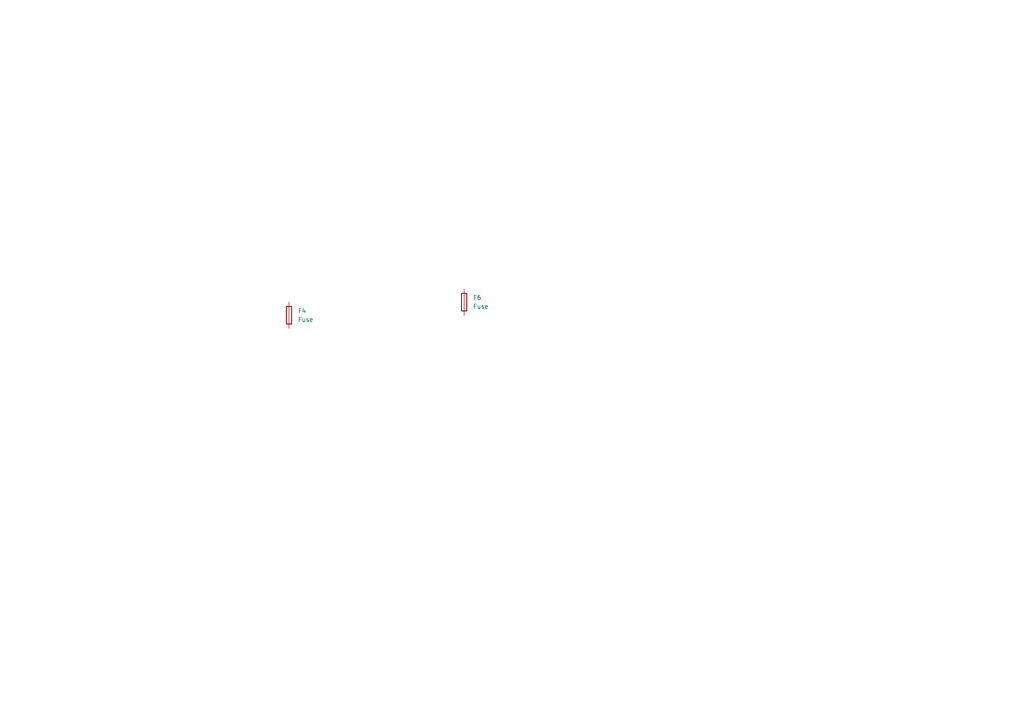
<source format=kicad_sch>
(kicad_sch
	(version 20250114)
	(generator "eeschema")
	(generator_version "9.0")
	(uuid "c6e64980-6468-49cf-b908-d8444424233a")
	(paper "A4")
	(lib_symbols
		(symbol "Device:Fuse"
			(pin_numbers
				(hide yes)
			)
			(pin_names
				(offset 0)
			)
			(exclude_from_sim no)
			(in_bom yes)
			(on_board yes)
			(property "Reference" "F"
				(at 2.032 0 90)
				(effects
					(font
						(size 1.27 1.27)
					)
				)
			)
			(property "Value" "Fuse"
				(at -1.905 0 90)
				(effects
					(font
						(size 1.27 1.27)
					)
				)
			)
			(property "Footprint" ""
				(at -1.778 0 90)
				(effects
					(font
						(size 1.27 1.27)
					)
					(hide yes)
				)
			)
			(property "Datasheet" "~"
				(at 0 0 0)
				(effects
					(font
						(size 1.27 1.27)
					)
					(hide yes)
				)
			)
			(property "Description" "Fuse"
				(at 0 0 0)
				(effects
					(font
						(size 1.27 1.27)
					)
					(hide yes)
				)
			)
			(property "ki_keywords" "fuse"
				(at 0 0 0)
				(effects
					(font
						(size 1.27 1.27)
					)
					(hide yes)
				)
			)
			(property "ki_fp_filters" "*Fuse*"
				(at 0 0 0)
				(effects
					(font
						(size 1.27 1.27)
					)
					(hide yes)
				)
			)
			(symbol "Fuse_0_1"
				(rectangle
					(start -0.762 -2.54)
					(end 0.762 2.54)
					(stroke
						(width 0.254)
						(type default)
					)
					(fill
						(type none)
					)
				)
				(polyline
					(pts
						(xy 0 2.54) (xy 0 -2.54)
					)
					(stroke
						(width 0)
						(type default)
					)
					(fill
						(type none)
					)
				)
			)
			(symbol "Fuse_1_1"
				(pin passive line
					(at 0 3.81 270)
					(length 1.27)
					(name "~"
						(effects
							(font
								(size 1.27 1.27)
							)
						)
					)
					(number "1"
						(effects
							(font
								(size 1.27 1.27)
							)
						)
					)
				)
				(pin passive line
					(at 0 -3.81 90)
					(length 1.27)
					(name "~"
						(effects
							(font
								(size 1.27 1.27)
							)
						)
					)
					(number "2"
						(effects
							(font
								(size 1.27 1.27)
							)
						)
					)
				)
			)
			(embedded_fonts no)
		)
	)
	(symbol
		(lib_id "Device:Fuse")
		(at 83.82 91.44 0)
		(unit 1)
		(exclude_from_sim no)
		(in_bom yes)
		(on_board yes)
		(dnp no)
		(fields_autoplaced yes)
		(uuid "77d59735-5ceb-412a-92c5-e71420100c3f")
		(property "Reference" "F5"
			(at 86.36 90.1699 0)
			(effects
				(font
					(size 1.27 1.27)
				)
				(justify left)
			)
		)
		(property "Value" "Fuse"
			(at 86.36 92.7099 0)
			(effects
				(font
					(size 1.27 1.27)
				)
				(justify left)
			)
		)
		(property "Footprint" ""
			(at 82.042 91.44 90)
			(effects
				(font
					(size 1.27 1.27)
				)
				(hide yes)
			)
		)
		(property "Datasheet" "~"
			(at 83.82 91.44 0)
			(effects
				(font
					(size 1.27 1.27)
				)
				(hide yes)
			)
		)
		(property "Description" "Fuse"
			(at 83.82 91.44 0)
			(effects
				(font
					(size 1.27 1.27)
				)
				(hide yes)
			)
		)
		(pin "1"
			(uuid "737ace60-706c-426d-acae-a93226ed067b")
		)
		(pin "2"
			(uuid "b70450d3-f23c-44bb-ae35-9b242a74a73f")
		)
		(instances
			(project ""
				(path "/98b6c9ee-d540-44fc-a0fc-84d7e360cf9f/06dea5f7-c6d4-4f85-adfc-fe75a89e758b"
					(reference "F4")
					(unit 1)
				)
				(path "/98b6c9ee-d540-44fc-a0fc-84d7e360cf9f/087ded98-332f-4b9a-87e0-4f5a92cbe436"
					(reference "F5")
					(unit 1)
				)
			)
		)
	)
	(symbol
		(lib_id "Device:Fuse")
		(at 134.62 87.63 0)
		(unit 1)
		(exclude_from_sim no)
		(in_bom yes)
		(on_board yes)
		(dnp no)
		(fields_autoplaced yes)
		(uuid "d5027857-5804-4e02-91e9-6305b0f48e79")
		(property "Reference" "F7"
			(at 137.16 86.3599 0)
			(effects
				(font
					(size 1.27 1.27)
				)
				(justify left)
			)
		)
		(property "Value" "Fuse"
			(at 137.16 88.8999 0)
			(effects
				(font
					(size 1.27 1.27)
				)
				(justify left)
			)
		)
		(property "Footprint" ""
			(at 132.842 87.63 90)
			(effects
				(font
					(size 1.27 1.27)
				)
				(hide yes)
			)
		)
		(property "Datasheet" "~"
			(at 134.62 87.63 0)
			(effects
				(font
					(size 1.27 1.27)
				)
				(hide yes)
			)
		)
		(property "Description" "Fuse"
			(at 134.62 87.63 0)
			(effects
				(font
					(size 1.27 1.27)
				)
				(hide yes)
			)
		)
		(pin "2"
			(uuid "ef8e6054-58ad-456f-87c6-e3d077179d9f")
		)
		(pin "1"
			(uuid "1d86e929-ca6b-40fc-9a3d-cc31fd9cc780")
		)
		(instances
			(project ""
				(path "/98b6c9ee-d540-44fc-a0fc-84d7e360cf9f/06dea5f7-c6d4-4f85-adfc-fe75a89e758b"
					(reference "F6")
					(unit 1)
				)
				(path "/98b6c9ee-d540-44fc-a0fc-84d7e360cf9f/087ded98-332f-4b9a-87e0-4f5a92cbe436"
					(reference "F7")
					(unit 1)
				)
			)
		)
	)
)

</source>
